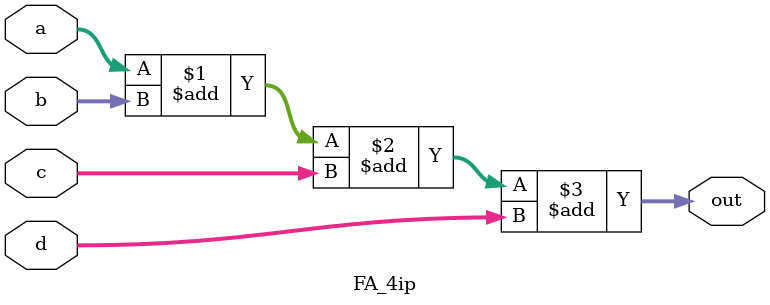
<source format=v>
`timescale 1ns / 1ps

module FA_4ip(input [15:0] a,b,c,d, output[15:0] out);

    assign out = a+b+c+d;

endmodule
</source>
